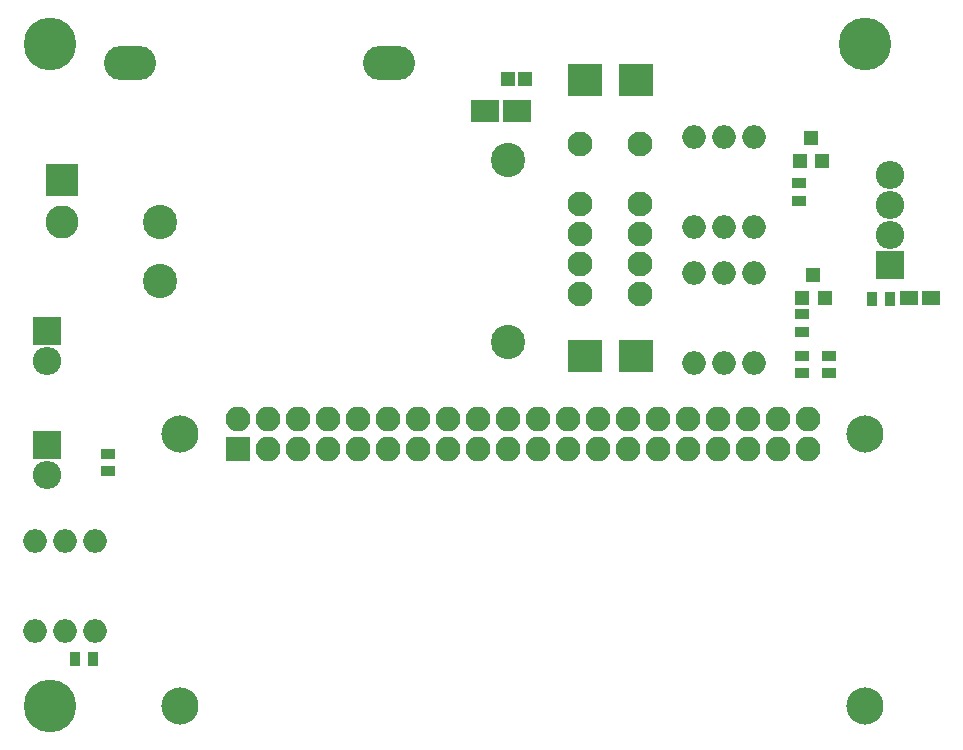
<source format=gbr>
G04 #@! TF.FileFunction,Soldermask,Top*
%FSLAX46Y46*%
G04 Gerber Fmt 4.6, Leading zero omitted, Abs format (unit mm)*
G04 Created by KiCad (PCBNEW 4.0.7) date Tuesday, 06 '06e' March '06e' 2018, 22:38:06*
%MOMM*%
%LPD*%
G01*
G04 APERTURE LIST*
%ADD10C,0.100000*%
%ADD11R,1.600000X1.150000*%
%ADD12R,2.350000X1.900000*%
%ADD13R,1.200000X1.150000*%
%ADD14R,2.900000X2.700000*%
%ADD15O,2.398980X2.398980*%
%ADD16R,2.398980X2.398980*%
%ADD17R,1.200000X1.300000*%
%ADD18R,1.300000X0.900000*%
%ADD19R,0.900000X1.300000*%
%ADD20O,2.000000X2.000000*%
%ADD21C,3.150000*%
%ADD22R,2.100000X2.100000*%
%ADD23O,2.100000X2.100000*%
%ADD24C,2.800000*%
%ADD25R,2.800000X2.800000*%
%ADD26O,4.400500X2.899360*%
%ADD27C,4.464000*%
%ADD28C,2.900000*%
%ADD29C,2.100000*%
G04 APERTURE END LIST*
D10*
D11*
X168550000Y-118500000D03*
X166650000Y-118500000D03*
D12*
X133525000Y-102650000D03*
X130775000Y-102650000D03*
D13*
X134200000Y-99950000D03*
X132700000Y-99950000D03*
D14*
X139250000Y-100000000D03*
X143550000Y-100000000D03*
X139250000Y-123400000D03*
X143550000Y-123400000D03*
D15*
X93700000Y-133440000D03*
D16*
X93700000Y-130900000D03*
D15*
X93700000Y-123840000D03*
D16*
X93700000Y-121300000D03*
D17*
X157450000Y-106900000D03*
X159350000Y-106900000D03*
X158400000Y-104900000D03*
X157650000Y-118500000D03*
X159550000Y-118500000D03*
X158600000Y-116500000D03*
D18*
X159900000Y-123350000D03*
X159900000Y-124850000D03*
X157600000Y-123350000D03*
X157600000Y-124850000D03*
X98900000Y-133150000D03*
X98900000Y-131650000D03*
X157400000Y-108750000D03*
X157400000Y-110250000D03*
X157600000Y-119850000D03*
X157600000Y-121350000D03*
D19*
X96100000Y-149050000D03*
X97600000Y-149050000D03*
X163550000Y-118550000D03*
X165050000Y-118550000D03*
D20*
X148450000Y-112500000D03*
X150990000Y-112500000D03*
X153530000Y-112500000D03*
X153530000Y-104880000D03*
X150990000Y-104880000D03*
X148450000Y-104880000D03*
X148450000Y-123950000D03*
X150990000Y-123950000D03*
X153530000Y-123950000D03*
X153530000Y-116330000D03*
X150990000Y-116330000D03*
X148450000Y-116330000D03*
X97750000Y-139050000D03*
X95210000Y-139050000D03*
X92670000Y-139050000D03*
X92670000Y-146670000D03*
X95210000Y-146670000D03*
X97750000Y-146670000D03*
D15*
X165100000Y-108080000D03*
D16*
X165100000Y-115700000D03*
D15*
X165100000Y-113160000D03*
X165100000Y-110620000D03*
D21*
X163000000Y-153000000D03*
X105000000Y-153000000D03*
X163000000Y-130000000D03*
D22*
X109870000Y-131270000D03*
D23*
X109870000Y-128730000D03*
X112410000Y-131270000D03*
X112410000Y-128730000D03*
X114950000Y-131270000D03*
X114950000Y-128730000D03*
X117490000Y-131270000D03*
X117490000Y-128730000D03*
X120030000Y-131270000D03*
X120030000Y-128730000D03*
X122570000Y-131270000D03*
X122570000Y-128730000D03*
X125110000Y-131270000D03*
X125110000Y-128730000D03*
X127650000Y-131270000D03*
X127650000Y-128730000D03*
X130190000Y-131270000D03*
X130190000Y-128730000D03*
X132730000Y-131270000D03*
X132730000Y-128730000D03*
X135270000Y-131270000D03*
X135270000Y-128730000D03*
X137810000Y-131270000D03*
X137810000Y-128730000D03*
X140350000Y-131270000D03*
X140350000Y-128730000D03*
X142890000Y-131270000D03*
X142890000Y-128730000D03*
X145430000Y-131270000D03*
X145430000Y-128730000D03*
X147970000Y-131270000D03*
X147970000Y-128730000D03*
X150510000Y-131270000D03*
X150510000Y-128730000D03*
X153050000Y-131270000D03*
X153050000Y-128730000D03*
X155590000Y-131270000D03*
X155590000Y-128730000D03*
X158130000Y-131270000D03*
X158130000Y-128730000D03*
D21*
X105000000Y-130000000D03*
D24*
X95000000Y-112000000D03*
D25*
X95000000Y-108500000D03*
D26*
X100699260Y-98600000D03*
X122700740Y-98600000D03*
D27*
X94000000Y-97000000D03*
X94000000Y-153000000D03*
X163000000Y-97000000D03*
D28*
X103300000Y-112000000D03*
X103300000Y-117000000D03*
X132700000Y-106800000D03*
X132700000Y-122200000D03*
D29*
X138800000Y-118100000D03*
X138800000Y-115560000D03*
X138800000Y-113020000D03*
X138800000Y-110480000D03*
X143880000Y-118100000D03*
X143880000Y-115560000D03*
X143880000Y-113020000D03*
X143880000Y-110480000D03*
X143880000Y-105400000D03*
X138800000Y-105400000D03*
M02*

</source>
